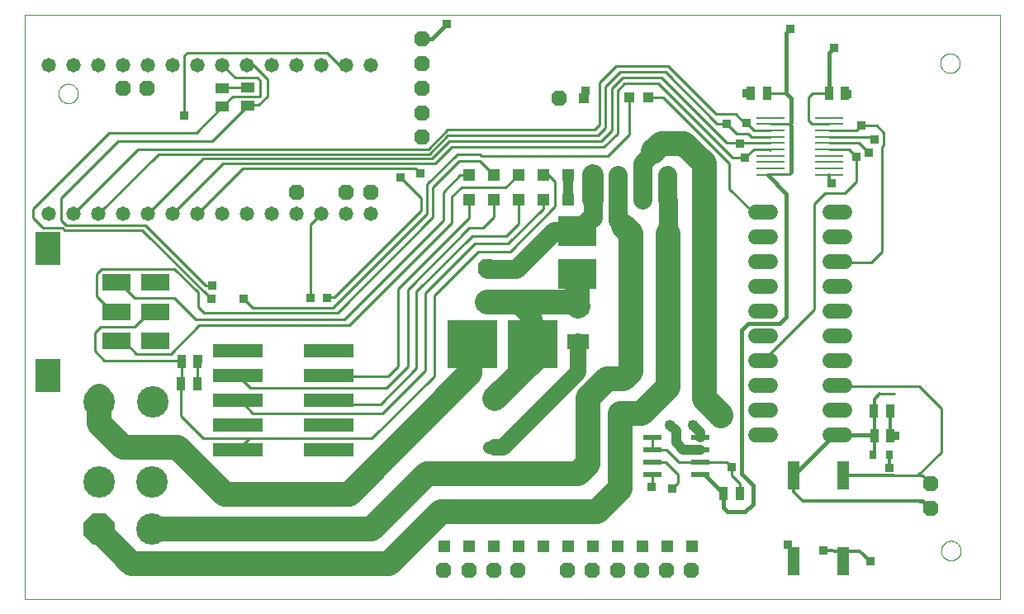
<source format=gtl>
G75*
%MOIN*%
%OFA0B0*%
%FSLAX25Y25*%
%IPPOS*%
%LPD*%
%AMOC8*
5,1,8,0,0,1.08239X$1,22.5*
%
%ADD10C,0.00000*%
%ADD11R,0.20400X0.05200*%
%ADD12R,0.03600X0.05700*%
%ADD13R,0.08583X0.05984*%
%ADD14C,0.05000*%
%ADD15C,0.12700*%
%ADD16R,0.15748X0.12205*%
%ADD17OC8,0.07600*%
%ADD18R,0.05150X0.05150*%
%ADD19R,0.05118X0.11811*%
%ADD20R,0.03000X0.03700*%
%ADD21R,0.07800X0.02200*%
%ADD22R,0.10000X0.13780*%
%ADD23R,0.11811X0.06890*%
%ADD24C,0.05937*%
%ADD25OC8,0.12700*%
%ADD26R,0.20472X0.19685*%
%ADD27R,0.03937X0.03937*%
%ADD28R,0.11811X0.00984*%
%ADD29OC8,0.06300*%
%ADD30R,0.05500X0.04000*%
%ADD31C,0.05800*%
%ADD32C,0.01000*%
%ADD33R,0.03562X0.03562*%
%ADD34C,0.01200*%
%ADD35C,0.04000*%
%ADD36C,0.01600*%
%ADD37C,0.06600*%
%ADD38C,0.08600*%
%ADD39C,0.07600*%
%ADD40C,0.10000*%
D10*
X0031328Y0025816D02*
X0031328Y0262036D01*
X0425028Y0262036D01*
X0425028Y0025816D01*
X0031328Y0025816D01*
X0045107Y0230146D02*
X0045109Y0230271D01*
X0045115Y0230396D01*
X0045125Y0230520D01*
X0045139Y0230644D01*
X0045156Y0230768D01*
X0045178Y0230891D01*
X0045204Y0231013D01*
X0045233Y0231135D01*
X0045266Y0231255D01*
X0045304Y0231374D01*
X0045344Y0231493D01*
X0045389Y0231609D01*
X0045437Y0231724D01*
X0045489Y0231838D01*
X0045545Y0231950D01*
X0045604Y0232060D01*
X0045666Y0232168D01*
X0045732Y0232275D01*
X0045801Y0232379D01*
X0045874Y0232480D01*
X0045949Y0232580D01*
X0046028Y0232677D01*
X0046110Y0232771D01*
X0046195Y0232863D01*
X0046282Y0232952D01*
X0046373Y0233038D01*
X0046466Y0233121D01*
X0046562Y0233202D01*
X0046660Y0233279D01*
X0046760Y0233353D01*
X0046863Y0233424D01*
X0046968Y0233491D01*
X0047076Y0233556D01*
X0047185Y0233616D01*
X0047296Y0233674D01*
X0047409Y0233727D01*
X0047523Y0233777D01*
X0047639Y0233824D01*
X0047756Y0233866D01*
X0047875Y0233905D01*
X0047995Y0233941D01*
X0048116Y0233972D01*
X0048238Y0234000D01*
X0048360Y0234023D01*
X0048484Y0234043D01*
X0048608Y0234059D01*
X0048732Y0234071D01*
X0048857Y0234079D01*
X0048982Y0234083D01*
X0049106Y0234083D01*
X0049231Y0234079D01*
X0049356Y0234071D01*
X0049480Y0234059D01*
X0049604Y0234043D01*
X0049728Y0234023D01*
X0049850Y0234000D01*
X0049972Y0233972D01*
X0050093Y0233941D01*
X0050213Y0233905D01*
X0050332Y0233866D01*
X0050449Y0233824D01*
X0050565Y0233777D01*
X0050679Y0233727D01*
X0050792Y0233674D01*
X0050903Y0233616D01*
X0051013Y0233556D01*
X0051120Y0233491D01*
X0051225Y0233424D01*
X0051328Y0233353D01*
X0051428Y0233279D01*
X0051526Y0233202D01*
X0051622Y0233121D01*
X0051715Y0233038D01*
X0051806Y0232952D01*
X0051893Y0232863D01*
X0051978Y0232771D01*
X0052060Y0232677D01*
X0052139Y0232580D01*
X0052214Y0232480D01*
X0052287Y0232379D01*
X0052356Y0232275D01*
X0052422Y0232168D01*
X0052484Y0232060D01*
X0052543Y0231950D01*
X0052599Y0231838D01*
X0052651Y0231724D01*
X0052699Y0231609D01*
X0052744Y0231493D01*
X0052784Y0231374D01*
X0052822Y0231255D01*
X0052855Y0231135D01*
X0052884Y0231013D01*
X0052910Y0230891D01*
X0052932Y0230768D01*
X0052949Y0230644D01*
X0052963Y0230520D01*
X0052973Y0230396D01*
X0052979Y0230271D01*
X0052981Y0230146D01*
X0052979Y0230021D01*
X0052973Y0229896D01*
X0052963Y0229772D01*
X0052949Y0229648D01*
X0052932Y0229524D01*
X0052910Y0229401D01*
X0052884Y0229279D01*
X0052855Y0229157D01*
X0052822Y0229037D01*
X0052784Y0228918D01*
X0052744Y0228799D01*
X0052699Y0228683D01*
X0052651Y0228568D01*
X0052599Y0228454D01*
X0052543Y0228342D01*
X0052484Y0228232D01*
X0052422Y0228124D01*
X0052356Y0228017D01*
X0052287Y0227913D01*
X0052214Y0227812D01*
X0052139Y0227712D01*
X0052060Y0227615D01*
X0051978Y0227521D01*
X0051893Y0227429D01*
X0051806Y0227340D01*
X0051715Y0227254D01*
X0051622Y0227171D01*
X0051526Y0227090D01*
X0051428Y0227013D01*
X0051328Y0226939D01*
X0051225Y0226868D01*
X0051120Y0226801D01*
X0051012Y0226736D01*
X0050903Y0226676D01*
X0050792Y0226618D01*
X0050679Y0226565D01*
X0050565Y0226515D01*
X0050449Y0226468D01*
X0050332Y0226426D01*
X0050213Y0226387D01*
X0050093Y0226351D01*
X0049972Y0226320D01*
X0049850Y0226292D01*
X0049728Y0226269D01*
X0049604Y0226249D01*
X0049480Y0226233D01*
X0049356Y0226221D01*
X0049231Y0226213D01*
X0049106Y0226209D01*
X0048982Y0226209D01*
X0048857Y0226213D01*
X0048732Y0226221D01*
X0048608Y0226233D01*
X0048484Y0226249D01*
X0048360Y0226269D01*
X0048238Y0226292D01*
X0048116Y0226320D01*
X0047995Y0226351D01*
X0047875Y0226387D01*
X0047756Y0226426D01*
X0047639Y0226468D01*
X0047523Y0226515D01*
X0047409Y0226565D01*
X0047296Y0226618D01*
X0047185Y0226676D01*
X0047075Y0226736D01*
X0046968Y0226801D01*
X0046863Y0226868D01*
X0046760Y0226939D01*
X0046660Y0227013D01*
X0046562Y0227090D01*
X0046466Y0227171D01*
X0046373Y0227254D01*
X0046282Y0227340D01*
X0046195Y0227429D01*
X0046110Y0227521D01*
X0046028Y0227615D01*
X0045949Y0227712D01*
X0045874Y0227812D01*
X0045801Y0227913D01*
X0045732Y0228017D01*
X0045666Y0228124D01*
X0045604Y0228232D01*
X0045545Y0228342D01*
X0045489Y0228454D01*
X0045437Y0228568D01*
X0045389Y0228683D01*
X0045344Y0228799D01*
X0045304Y0228918D01*
X0045266Y0229037D01*
X0045233Y0229157D01*
X0045204Y0229279D01*
X0045178Y0229401D01*
X0045156Y0229524D01*
X0045139Y0229648D01*
X0045125Y0229772D01*
X0045115Y0229896D01*
X0045109Y0230021D01*
X0045107Y0230146D01*
X0401013Y0242351D02*
X0401015Y0242476D01*
X0401021Y0242601D01*
X0401031Y0242725D01*
X0401045Y0242849D01*
X0401062Y0242973D01*
X0401084Y0243096D01*
X0401110Y0243218D01*
X0401139Y0243340D01*
X0401172Y0243460D01*
X0401210Y0243579D01*
X0401250Y0243698D01*
X0401295Y0243814D01*
X0401343Y0243929D01*
X0401395Y0244043D01*
X0401451Y0244155D01*
X0401510Y0244265D01*
X0401572Y0244373D01*
X0401638Y0244480D01*
X0401707Y0244584D01*
X0401780Y0244685D01*
X0401855Y0244785D01*
X0401934Y0244882D01*
X0402016Y0244976D01*
X0402101Y0245068D01*
X0402188Y0245157D01*
X0402279Y0245243D01*
X0402372Y0245326D01*
X0402468Y0245407D01*
X0402566Y0245484D01*
X0402666Y0245558D01*
X0402769Y0245629D01*
X0402874Y0245696D01*
X0402982Y0245761D01*
X0403091Y0245821D01*
X0403202Y0245879D01*
X0403315Y0245932D01*
X0403429Y0245982D01*
X0403545Y0246029D01*
X0403662Y0246071D01*
X0403781Y0246110D01*
X0403901Y0246146D01*
X0404022Y0246177D01*
X0404144Y0246205D01*
X0404266Y0246228D01*
X0404390Y0246248D01*
X0404514Y0246264D01*
X0404638Y0246276D01*
X0404763Y0246284D01*
X0404888Y0246288D01*
X0405012Y0246288D01*
X0405137Y0246284D01*
X0405262Y0246276D01*
X0405386Y0246264D01*
X0405510Y0246248D01*
X0405634Y0246228D01*
X0405756Y0246205D01*
X0405878Y0246177D01*
X0405999Y0246146D01*
X0406119Y0246110D01*
X0406238Y0246071D01*
X0406355Y0246029D01*
X0406471Y0245982D01*
X0406585Y0245932D01*
X0406698Y0245879D01*
X0406809Y0245821D01*
X0406919Y0245761D01*
X0407026Y0245696D01*
X0407131Y0245629D01*
X0407234Y0245558D01*
X0407334Y0245484D01*
X0407432Y0245407D01*
X0407528Y0245326D01*
X0407621Y0245243D01*
X0407712Y0245157D01*
X0407799Y0245068D01*
X0407884Y0244976D01*
X0407966Y0244882D01*
X0408045Y0244785D01*
X0408120Y0244685D01*
X0408193Y0244584D01*
X0408262Y0244480D01*
X0408328Y0244373D01*
X0408390Y0244265D01*
X0408449Y0244155D01*
X0408505Y0244043D01*
X0408557Y0243929D01*
X0408605Y0243814D01*
X0408650Y0243698D01*
X0408690Y0243579D01*
X0408728Y0243460D01*
X0408761Y0243340D01*
X0408790Y0243218D01*
X0408816Y0243096D01*
X0408838Y0242973D01*
X0408855Y0242849D01*
X0408869Y0242725D01*
X0408879Y0242601D01*
X0408885Y0242476D01*
X0408887Y0242351D01*
X0408885Y0242226D01*
X0408879Y0242101D01*
X0408869Y0241977D01*
X0408855Y0241853D01*
X0408838Y0241729D01*
X0408816Y0241606D01*
X0408790Y0241484D01*
X0408761Y0241362D01*
X0408728Y0241242D01*
X0408690Y0241123D01*
X0408650Y0241004D01*
X0408605Y0240888D01*
X0408557Y0240773D01*
X0408505Y0240659D01*
X0408449Y0240547D01*
X0408390Y0240437D01*
X0408328Y0240329D01*
X0408262Y0240222D01*
X0408193Y0240118D01*
X0408120Y0240017D01*
X0408045Y0239917D01*
X0407966Y0239820D01*
X0407884Y0239726D01*
X0407799Y0239634D01*
X0407712Y0239545D01*
X0407621Y0239459D01*
X0407528Y0239376D01*
X0407432Y0239295D01*
X0407334Y0239218D01*
X0407234Y0239144D01*
X0407131Y0239073D01*
X0407026Y0239006D01*
X0406918Y0238941D01*
X0406809Y0238881D01*
X0406698Y0238823D01*
X0406585Y0238770D01*
X0406471Y0238720D01*
X0406355Y0238673D01*
X0406238Y0238631D01*
X0406119Y0238592D01*
X0405999Y0238556D01*
X0405878Y0238525D01*
X0405756Y0238497D01*
X0405634Y0238474D01*
X0405510Y0238454D01*
X0405386Y0238438D01*
X0405262Y0238426D01*
X0405137Y0238418D01*
X0405012Y0238414D01*
X0404888Y0238414D01*
X0404763Y0238418D01*
X0404638Y0238426D01*
X0404514Y0238438D01*
X0404390Y0238454D01*
X0404266Y0238474D01*
X0404144Y0238497D01*
X0404022Y0238525D01*
X0403901Y0238556D01*
X0403781Y0238592D01*
X0403662Y0238631D01*
X0403545Y0238673D01*
X0403429Y0238720D01*
X0403315Y0238770D01*
X0403202Y0238823D01*
X0403091Y0238881D01*
X0402981Y0238941D01*
X0402874Y0239006D01*
X0402769Y0239073D01*
X0402666Y0239144D01*
X0402566Y0239218D01*
X0402468Y0239295D01*
X0402372Y0239376D01*
X0402279Y0239459D01*
X0402188Y0239545D01*
X0402101Y0239634D01*
X0402016Y0239726D01*
X0401934Y0239820D01*
X0401855Y0239917D01*
X0401780Y0240017D01*
X0401707Y0240118D01*
X0401638Y0240222D01*
X0401572Y0240329D01*
X0401510Y0240437D01*
X0401451Y0240547D01*
X0401395Y0240659D01*
X0401343Y0240773D01*
X0401295Y0240888D01*
X0401250Y0241004D01*
X0401210Y0241123D01*
X0401172Y0241242D01*
X0401139Y0241362D01*
X0401110Y0241484D01*
X0401084Y0241606D01*
X0401062Y0241729D01*
X0401045Y0241853D01*
X0401031Y0241977D01*
X0401021Y0242101D01*
X0401015Y0242226D01*
X0401013Y0242351D01*
X0401406Y0045501D02*
X0401408Y0045626D01*
X0401414Y0045751D01*
X0401424Y0045875D01*
X0401438Y0045999D01*
X0401455Y0046123D01*
X0401477Y0046246D01*
X0401503Y0046368D01*
X0401532Y0046490D01*
X0401565Y0046610D01*
X0401603Y0046729D01*
X0401643Y0046848D01*
X0401688Y0046964D01*
X0401736Y0047079D01*
X0401788Y0047193D01*
X0401844Y0047305D01*
X0401903Y0047415D01*
X0401965Y0047523D01*
X0402031Y0047630D01*
X0402100Y0047734D01*
X0402173Y0047835D01*
X0402248Y0047935D01*
X0402327Y0048032D01*
X0402409Y0048126D01*
X0402494Y0048218D01*
X0402581Y0048307D01*
X0402672Y0048393D01*
X0402765Y0048476D01*
X0402861Y0048557D01*
X0402959Y0048634D01*
X0403059Y0048708D01*
X0403162Y0048779D01*
X0403267Y0048846D01*
X0403375Y0048911D01*
X0403484Y0048971D01*
X0403595Y0049029D01*
X0403708Y0049082D01*
X0403822Y0049132D01*
X0403938Y0049179D01*
X0404055Y0049221D01*
X0404174Y0049260D01*
X0404294Y0049296D01*
X0404415Y0049327D01*
X0404537Y0049355D01*
X0404659Y0049378D01*
X0404783Y0049398D01*
X0404907Y0049414D01*
X0405031Y0049426D01*
X0405156Y0049434D01*
X0405281Y0049438D01*
X0405405Y0049438D01*
X0405530Y0049434D01*
X0405655Y0049426D01*
X0405779Y0049414D01*
X0405903Y0049398D01*
X0406027Y0049378D01*
X0406149Y0049355D01*
X0406271Y0049327D01*
X0406392Y0049296D01*
X0406512Y0049260D01*
X0406631Y0049221D01*
X0406748Y0049179D01*
X0406864Y0049132D01*
X0406978Y0049082D01*
X0407091Y0049029D01*
X0407202Y0048971D01*
X0407312Y0048911D01*
X0407419Y0048846D01*
X0407524Y0048779D01*
X0407627Y0048708D01*
X0407727Y0048634D01*
X0407825Y0048557D01*
X0407921Y0048476D01*
X0408014Y0048393D01*
X0408105Y0048307D01*
X0408192Y0048218D01*
X0408277Y0048126D01*
X0408359Y0048032D01*
X0408438Y0047935D01*
X0408513Y0047835D01*
X0408586Y0047734D01*
X0408655Y0047630D01*
X0408721Y0047523D01*
X0408783Y0047415D01*
X0408842Y0047305D01*
X0408898Y0047193D01*
X0408950Y0047079D01*
X0408998Y0046964D01*
X0409043Y0046848D01*
X0409083Y0046729D01*
X0409121Y0046610D01*
X0409154Y0046490D01*
X0409183Y0046368D01*
X0409209Y0046246D01*
X0409231Y0046123D01*
X0409248Y0045999D01*
X0409262Y0045875D01*
X0409272Y0045751D01*
X0409278Y0045626D01*
X0409280Y0045501D01*
X0409278Y0045376D01*
X0409272Y0045251D01*
X0409262Y0045127D01*
X0409248Y0045003D01*
X0409231Y0044879D01*
X0409209Y0044756D01*
X0409183Y0044634D01*
X0409154Y0044512D01*
X0409121Y0044392D01*
X0409083Y0044273D01*
X0409043Y0044154D01*
X0408998Y0044038D01*
X0408950Y0043923D01*
X0408898Y0043809D01*
X0408842Y0043697D01*
X0408783Y0043587D01*
X0408721Y0043479D01*
X0408655Y0043372D01*
X0408586Y0043268D01*
X0408513Y0043167D01*
X0408438Y0043067D01*
X0408359Y0042970D01*
X0408277Y0042876D01*
X0408192Y0042784D01*
X0408105Y0042695D01*
X0408014Y0042609D01*
X0407921Y0042526D01*
X0407825Y0042445D01*
X0407727Y0042368D01*
X0407627Y0042294D01*
X0407524Y0042223D01*
X0407419Y0042156D01*
X0407311Y0042091D01*
X0407202Y0042031D01*
X0407091Y0041973D01*
X0406978Y0041920D01*
X0406864Y0041870D01*
X0406748Y0041823D01*
X0406631Y0041781D01*
X0406512Y0041742D01*
X0406392Y0041706D01*
X0406271Y0041675D01*
X0406149Y0041647D01*
X0406027Y0041624D01*
X0405903Y0041604D01*
X0405779Y0041588D01*
X0405655Y0041576D01*
X0405530Y0041568D01*
X0405405Y0041564D01*
X0405281Y0041564D01*
X0405156Y0041568D01*
X0405031Y0041576D01*
X0404907Y0041588D01*
X0404783Y0041604D01*
X0404659Y0041624D01*
X0404537Y0041647D01*
X0404415Y0041675D01*
X0404294Y0041706D01*
X0404174Y0041742D01*
X0404055Y0041781D01*
X0403938Y0041823D01*
X0403822Y0041870D01*
X0403708Y0041920D01*
X0403595Y0041973D01*
X0403484Y0042031D01*
X0403374Y0042091D01*
X0403267Y0042156D01*
X0403162Y0042223D01*
X0403059Y0042294D01*
X0402959Y0042368D01*
X0402861Y0042445D01*
X0402765Y0042526D01*
X0402672Y0042609D01*
X0402581Y0042695D01*
X0402494Y0042784D01*
X0402409Y0042876D01*
X0402327Y0042970D01*
X0402248Y0043067D01*
X0402173Y0043167D01*
X0402100Y0043268D01*
X0402031Y0043372D01*
X0401965Y0043479D01*
X0401903Y0043587D01*
X0401844Y0043697D01*
X0401788Y0043809D01*
X0401736Y0043923D01*
X0401688Y0044038D01*
X0401643Y0044154D01*
X0401603Y0044273D01*
X0401565Y0044392D01*
X0401532Y0044512D01*
X0401503Y0044634D01*
X0401477Y0044756D01*
X0401455Y0044879D01*
X0401438Y0045003D01*
X0401424Y0045127D01*
X0401414Y0045251D01*
X0401408Y0045376D01*
X0401406Y0045501D01*
D11*
X0154255Y0086249D03*
X0154255Y0096249D03*
X0154255Y0106249D03*
X0154255Y0116249D03*
X0154255Y0126249D03*
X0117455Y0126249D03*
X0117455Y0116249D03*
X0117455Y0106249D03*
X0117455Y0096249D03*
X0117455Y0086249D03*
D12*
X0101024Y0113020D03*
X0094624Y0113020D03*
X0094899Y0121879D03*
X0101299Y0121879D03*
X0313639Y0068414D03*
X0320039Y0068414D03*
X0374387Y0092036D03*
X0380787Y0092036D03*
X0380669Y0101800D03*
X0374269Y0101800D03*
X0362480Y0230146D03*
X0356080Y0230146D03*
X0330984Y0230146D03*
X0324584Y0230146D03*
D13*
X0254831Y0144276D03*
X0254831Y0129792D03*
D14*
X0223709Y0106879D02*
X0218709Y0106879D01*
X0218709Y0087194D02*
X0223709Y0087194D01*
D15*
X0082902Y0073178D03*
X0061446Y0073178D03*
X0082902Y0054280D03*
X0083060Y0105619D03*
X0061406Y0105619D03*
D16*
X0254517Y0157194D03*
X0254517Y0174517D03*
D17*
X0218099Y0159438D03*
X0218099Y0146013D03*
D18*
X0220678Y0187391D03*
X0230678Y0187391D03*
X0230678Y0197391D03*
X0220678Y0197391D03*
X0210678Y0197391D03*
X0210678Y0187391D03*
X0240678Y0187391D03*
X0250678Y0187391D03*
X0260678Y0187391D03*
X0270678Y0187391D03*
X0280678Y0187391D03*
X0290678Y0187391D03*
X0290678Y0197391D03*
X0280678Y0197391D03*
X0270678Y0197391D03*
X0260678Y0197391D03*
X0250678Y0197391D03*
X0240678Y0197391D03*
X0240678Y0047391D03*
X0250678Y0047391D03*
X0260678Y0047391D03*
X0270678Y0047391D03*
X0280678Y0047391D03*
X0290678Y0047391D03*
X0300678Y0047391D03*
X0230678Y0047391D03*
X0220678Y0047391D03*
X0210678Y0047391D03*
X0200678Y0047391D03*
D19*
X0341879Y0041288D03*
X0361879Y0041288D03*
X0361879Y0075973D03*
X0341879Y0075934D03*
D20*
X0373933Y0084162D03*
X0380533Y0084162D03*
D21*
X0304098Y0086347D03*
X0304098Y0091347D03*
X0304098Y0081347D03*
X0304098Y0076347D03*
X0284698Y0076347D03*
X0284698Y0081347D03*
X0284698Y0086347D03*
X0284698Y0091347D03*
D22*
X0040973Y0116367D03*
X0040973Y0167548D03*
D23*
X0068335Y0153769D03*
X0084083Y0153769D03*
X0084083Y0141957D03*
X0068335Y0141957D03*
X0068335Y0130146D03*
X0084083Y0130146D03*
D24*
X0326509Y0132115D02*
X0332446Y0132115D01*
X0332446Y0142115D02*
X0326509Y0142115D01*
X0326509Y0152115D02*
X0332446Y0152115D01*
X0332446Y0162115D02*
X0326509Y0162115D01*
X0326509Y0172115D02*
X0332446Y0172115D01*
X0332446Y0182115D02*
X0326509Y0182115D01*
X0356509Y0182115D02*
X0362446Y0182115D01*
X0362446Y0172115D02*
X0356509Y0172115D01*
X0356509Y0162115D02*
X0362446Y0162115D01*
X0362446Y0152115D02*
X0356509Y0152115D01*
X0356509Y0142115D02*
X0362446Y0142115D01*
X0362446Y0132115D02*
X0356509Y0132115D01*
X0356509Y0122115D02*
X0362446Y0122115D01*
X0362446Y0112115D02*
X0356509Y0112115D01*
X0356509Y0102115D02*
X0362446Y0102115D01*
X0362446Y0092115D02*
X0356509Y0092115D01*
X0332446Y0092115D02*
X0326509Y0092115D01*
X0326509Y0102115D02*
X0332446Y0102115D01*
X0332446Y0112115D02*
X0326509Y0112115D01*
X0326509Y0122115D02*
X0332446Y0122115D01*
D25*
X0061446Y0054280D03*
D26*
X0212036Y0128965D03*
X0236446Y0128965D03*
D27*
X0257312Y0228178D03*
X0275422Y0228572D03*
X0283296Y0228572D03*
D28*
X0332509Y0220402D03*
X0332509Y0217843D03*
X0332509Y0215284D03*
X0332509Y0212725D03*
X0332509Y0210166D03*
X0332509Y0207607D03*
X0332509Y0205048D03*
X0332509Y0202489D03*
X0332509Y0199930D03*
X0332509Y0197371D03*
X0356131Y0197371D03*
X0356131Y0199930D03*
X0356131Y0202489D03*
X0356131Y0205048D03*
X0356131Y0207607D03*
X0356131Y0210166D03*
X0356131Y0212725D03*
X0356131Y0215284D03*
X0356131Y0217843D03*
X0356131Y0220402D03*
D29*
X0247076Y0228178D03*
X0191957Y0232115D03*
X0191957Y0222272D03*
X0191957Y0212430D03*
X0171091Y0190383D03*
X0161249Y0190383D03*
X0141170Y0190383D03*
X0080934Y0232115D03*
X0071091Y0232115D03*
X0191957Y0242351D03*
X0191957Y0252194D03*
X0397076Y0072666D03*
X0397076Y0062430D03*
X0300619Y0037627D03*
X0290383Y0037627D03*
X0280540Y0037627D03*
X0270698Y0037627D03*
X0260461Y0037627D03*
X0250619Y0037627D03*
X0230540Y0037627D03*
X0220698Y0037627D03*
X0210855Y0037627D03*
X0200619Y0037627D03*
D30*
X0111249Y0224872D03*
X0121485Y0225265D03*
X0121485Y0232665D03*
X0111249Y0232272D03*
D31*
X0111209Y0241603D03*
X0101209Y0241603D03*
X0091209Y0241603D03*
X0081209Y0241603D03*
X0071209Y0241603D03*
X0061209Y0241603D03*
X0051209Y0241603D03*
X0041209Y0241603D03*
X0121209Y0241603D03*
X0131209Y0241603D03*
X0141209Y0241603D03*
X0151209Y0241603D03*
X0161209Y0241603D03*
X0171209Y0241603D03*
X0171209Y0181603D03*
X0161209Y0181603D03*
X0151209Y0181603D03*
X0141209Y0181603D03*
X0131209Y0181603D03*
X0121209Y0181603D03*
X0111209Y0181603D03*
X0101209Y0181603D03*
X0091209Y0181603D03*
X0081209Y0181603D03*
X0071209Y0181603D03*
X0061209Y0181603D03*
X0051209Y0181603D03*
X0041209Y0181603D03*
D32*
X0046288Y0178965D02*
X0046288Y0188020D01*
X0069123Y0210855D01*
X0107075Y0210855D01*
X0121485Y0225265D01*
X0123297Y0225265D01*
X0123454Y0225422D01*
X0121642Y0225422D01*
X0121485Y0225265D01*
X0122035Y0225265D01*
X0123454Y0225422D02*
X0125816Y0225422D01*
X0129359Y0228965D01*
X0129359Y0236052D01*
X0123808Y0241603D01*
X0121209Y0241603D01*
X0125422Y0236446D02*
X0116367Y0236446D01*
X0111209Y0241603D01*
X0111643Y0232665D02*
X0113217Y0232665D01*
X0121485Y0232665D01*
X0125422Y0236446D02*
X0126603Y0235265D01*
X0126603Y0228965D01*
X0115343Y0228965D01*
X0111249Y0224872D01*
X0100776Y0214398D01*
X0065580Y0214398D01*
X0034871Y0183690D01*
X0034871Y0179753D01*
X0038808Y0175816D01*
X0046682Y0175816D01*
X0047469Y0175028D01*
X0078965Y0175028D01*
X0106918Y0147076D01*
X0106918Y0147863D01*
X0106131Y0147863D01*
X0101406Y0149831D02*
X0101406Y0143926D01*
X0103769Y0141564D01*
X0157706Y0141564D01*
X0196288Y0180146D01*
X0196288Y0192351D01*
X0206918Y0202981D01*
X0215087Y0202981D01*
X0220678Y0197391D01*
X0225639Y0192351D02*
X0207706Y0192351D01*
X0203769Y0188414D01*
X0203769Y0177784D01*
X0162430Y0136446D01*
X0101800Y0136446D01*
X0090383Y0125028D01*
X0076603Y0125028D01*
X0069127Y0132504D01*
X0068335Y0132504D01*
X0068335Y0130146D01*
X0062036Y0136052D02*
X0059674Y0133690D01*
X0059674Y0126209D01*
X0063611Y0122272D01*
X0094506Y0122272D01*
X0094899Y0121879D01*
X0094899Y0113296D01*
X0094624Y0113020D01*
X0094320Y0112717D01*
X0094320Y0099831D01*
X0103375Y0090776D01*
X0121983Y0090776D01*
X0117455Y0086249D01*
X0121983Y0090776D02*
X0171485Y0090776D01*
X0196682Y0115973D01*
X0196682Y0148650D01*
X0214398Y0166367D01*
X0227391Y0166367D01*
X0245501Y0184477D01*
X0245501Y0194713D01*
X0242824Y0197391D01*
X0240678Y0197391D01*
X0230678Y0197391D02*
X0225639Y0192351D01*
X0220678Y0187391D02*
X0220678Y0180127D01*
X0216367Y0175816D01*
X0210855Y0175816D01*
X0186052Y0151013D01*
X0186052Y0119910D01*
X0177391Y0111249D01*
X0122455Y0111249D01*
X0117455Y0116249D01*
X0114517Y0116249D01*
X0114398Y0116367D01*
X0117494Y0126209D02*
X0117455Y0126249D01*
X0117494Y0126209D02*
X0119910Y0126209D01*
X0101406Y0123060D02*
X0101299Y0122953D01*
X0101299Y0121879D01*
X0101299Y0113296D01*
X0101024Y0113020D01*
X0094899Y0121879D02*
X0094713Y0122065D01*
X0084083Y0130146D02*
X0084083Y0130540D01*
X0075816Y0136052D02*
X0062036Y0136052D01*
X0066761Y0141957D02*
X0060461Y0148257D01*
X0060461Y0157312D01*
X0062430Y0159280D01*
X0091957Y0159280D01*
X0101406Y0149831D01*
X0104556Y0152587D02*
X0080146Y0176997D01*
X0048257Y0176997D01*
X0046288Y0178965D01*
X0051209Y0181603D02*
X0077312Y0207706D01*
X0194320Y0207706D01*
X0202194Y0215580D01*
X0261643Y0215580D01*
X0263611Y0217548D01*
X0263611Y0234477D01*
X0270304Y0241170D01*
X0291170Y0241170D01*
X0310461Y0221879D01*
X0318335Y0221879D01*
X0321879Y0218335D01*
X0322666Y0218335D01*
X0325717Y0215284D01*
X0332509Y0215284D01*
X0332509Y0212725D02*
X0324733Y0212725D01*
X0323454Y0214005D01*
X0318729Y0214005D01*
X0314792Y0217942D01*
X0310855Y0217942D01*
X0289989Y0238808D01*
X0271879Y0238808D01*
X0265973Y0232902D01*
X0265973Y0216367D01*
X0262824Y0213217D01*
X0202194Y0213217D01*
X0194713Y0205737D01*
X0085343Y0205737D01*
X0061209Y0181603D01*
X0081209Y0181603D02*
X0103375Y0203769D01*
X0195894Y0203769D01*
X0202981Y0210855D01*
X0264005Y0210855D01*
X0268335Y0215186D01*
X0268335Y0232115D01*
X0272666Y0236446D01*
X0288414Y0236446D01*
X0314694Y0210166D01*
X0320402Y0210166D01*
X0320304Y0210068D01*
X0320402Y0210166D02*
X0332509Y0210166D01*
X0332509Y0207607D02*
X0325717Y0207607D01*
X0322272Y0204162D01*
X0317154Y0204162D01*
X0287233Y0234083D01*
X0273454Y0234083D01*
X0270698Y0231328D01*
X0270698Y0214005D01*
X0265186Y0208493D01*
X0203769Y0208493D01*
X0197076Y0201800D01*
X0111406Y0201800D01*
X0091209Y0181603D01*
X0101209Y0181603D02*
X0119438Y0199831D01*
X0189202Y0199831D01*
X0191170Y0197863D01*
X0193926Y0193532D02*
X0193926Y0181721D01*
X0155737Y0143532D01*
X0123454Y0143532D01*
X0119910Y0147076D01*
X0107312Y0152587D02*
X0104556Y0152587D01*
X0091957Y0147469D02*
X0100619Y0138808D01*
X0145501Y0138808D01*
X0147469Y0138808D01*
X0160461Y0138808D01*
X0200619Y0178965D01*
X0200619Y0190383D01*
X0207312Y0197076D01*
X0210363Y0197076D01*
X0210678Y0197391D01*
X0215973Y0204950D02*
X0215186Y0205737D01*
X0206131Y0205737D01*
X0193926Y0193532D01*
X0191564Y0188020D02*
X0183296Y0196288D01*
X0191564Y0188020D02*
X0191564Y0182902D01*
X0156524Y0147863D01*
X0153769Y0147863D01*
X0153375Y0147469D01*
X0146682Y0147469D02*
X0146682Y0177076D01*
X0151209Y0181603D01*
X0182115Y0151406D02*
X0182115Y0119910D01*
X0178178Y0115973D01*
X0154531Y0115973D01*
X0154255Y0116249D01*
X0154255Y0106249D02*
X0155948Y0104556D01*
X0175028Y0104556D01*
X0189595Y0119123D01*
X0189595Y0150225D01*
X0212036Y0172666D01*
X0225816Y0172666D01*
X0230678Y0177528D01*
X0230678Y0187391D01*
X0240678Y0187391D02*
X0240678Y0183591D01*
X0226603Y0169517D01*
X0213217Y0169517D01*
X0193139Y0149438D01*
X0193139Y0118335D01*
X0175816Y0101013D01*
X0123454Y0101013D01*
X0118335Y0106131D01*
X0118217Y0106249D01*
X0117455Y0106249D01*
X0153375Y0096288D02*
X0153414Y0096249D01*
X0154255Y0096249D01*
X0084477Y0141957D02*
X0084083Y0141957D01*
X0081721Y0141957D01*
X0075816Y0136052D01*
X0068335Y0141957D02*
X0066761Y0141957D01*
X0075816Y0147469D02*
X0091957Y0147469D01*
X0075816Y0147469D02*
X0069517Y0153769D01*
X0068335Y0153769D01*
X0095894Y0221091D02*
X0095894Y0245501D01*
X0097076Y0246682D01*
X0153375Y0246682D01*
X0158454Y0241603D01*
X0161209Y0241603D01*
X0111643Y0232665D02*
X0111249Y0232272D01*
X0111249Y0224872D02*
X0111799Y0224872D01*
X0182115Y0151406D02*
X0210678Y0179969D01*
X0210678Y0187391D01*
X0211013Y0187391D01*
X0211249Y0187627D01*
X0215973Y0204950D02*
X0266761Y0204950D01*
X0275422Y0213611D01*
X0275422Y0228572D01*
X0283296Y0228572D02*
X0289202Y0228572D01*
X0315973Y0201800D01*
X0315973Y0191564D01*
X0325422Y0182115D01*
X0329477Y0182115D01*
X0332508Y0197371D02*
X0332533Y0197393D01*
X0332559Y0197412D01*
X0332588Y0197429D01*
X0332617Y0197443D01*
X0332648Y0197455D01*
X0332680Y0197463D01*
X0332713Y0197467D01*
X0332746Y0197469D01*
X0339989Y0197469D01*
X0340661Y0198141D01*
X0340662Y0198141D02*
X0340688Y0198170D01*
X0340711Y0198201D01*
X0340730Y0198234D01*
X0340747Y0198269D01*
X0340760Y0198306D01*
X0340769Y0198343D01*
X0340775Y0198381D01*
X0340777Y0198420D01*
X0332213Y0207312D02*
X0332509Y0207607D01*
X0332509Y0217843D02*
X0339531Y0217843D01*
X0339809Y0217728D02*
X0340776Y0218695D01*
X0339809Y0217728D02*
X0340776Y0216761D01*
X0339810Y0217729D02*
X0339781Y0217755D01*
X0339750Y0217778D01*
X0339717Y0217797D01*
X0339682Y0217814D01*
X0339645Y0217827D01*
X0339608Y0217836D01*
X0339570Y0217842D01*
X0339531Y0217844D01*
X0347863Y0219123D02*
X0349044Y0217942D01*
X0356032Y0217942D01*
X0356131Y0217843D01*
X0356131Y0215284D02*
X0367253Y0215284D01*
X0369123Y0217154D01*
X0375422Y0217154D01*
X0378178Y0214398D01*
X0378178Y0209280D01*
X0377391Y0208493D01*
X0377391Y0166367D01*
X0373060Y0162036D01*
X0359556Y0162036D01*
X0359477Y0162115D01*
X0350225Y0142863D02*
X0329477Y0122115D01*
X0350225Y0142863D02*
X0350225Y0185658D01*
X0354556Y0189989D01*
X0362430Y0189989D01*
X0367154Y0194713D01*
X0367154Y0204556D01*
X0364103Y0207607D01*
X0356131Y0207607D01*
X0356131Y0210166D02*
X0368237Y0210166D01*
X0372272Y0206131D01*
X0374635Y0211643D02*
X0373552Y0212725D01*
X0356131Y0212725D01*
X0347863Y0219123D02*
X0347863Y0228572D01*
X0349438Y0230146D01*
X0356080Y0230146D01*
X0362480Y0230146D02*
X0363217Y0230146D01*
X0363611Y0229753D01*
X0338808Y0230146D02*
X0330984Y0230146D01*
X0324584Y0230146D02*
X0322666Y0230146D01*
X0359556Y0112036D02*
X0392351Y0112036D01*
X0401406Y0102981D01*
X0401406Y0085265D01*
X0391957Y0075816D01*
X0393926Y0075816D01*
X0397076Y0072666D01*
X0391957Y0075816D02*
X0382036Y0075816D01*
X0382509Y0108887D02*
X0376603Y0108887D01*
X0316761Y0079359D02*
X0316761Y0075816D01*
X0320039Y0072537D01*
X0320039Y0068414D01*
X0316761Y0079359D02*
X0314888Y0081232D01*
X0314609Y0081347D02*
X0304098Y0081347D01*
X0304051Y0081328D02*
X0295501Y0081328D01*
X0290596Y0086232D01*
X0290318Y0086347D02*
X0284698Y0086347D01*
X0284698Y0091347D01*
X0290318Y0086348D02*
X0290357Y0086346D01*
X0290395Y0086340D01*
X0290432Y0086331D01*
X0290469Y0086318D01*
X0290504Y0086301D01*
X0290537Y0086282D01*
X0290568Y0086259D01*
X0290597Y0086233D01*
X0289989Y0081328D02*
X0283690Y0081328D01*
X0283709Y0081347D01*
X0284698Y0081347D01*
X0289989Y0081328D02*
X0295107Y0076209D01*
X0295107Y0073060D01*
X0292745Y0070698D01*
X0284698Y0071313D02*
X0284698Y0076347D01*
X0284698Y0071313D02*
X0284477Y0071091D01*
X0304098Y0076347D02*
X0305706Y0076347D01*
X0304051Y0081328D02*
X0304064Y0081329D01*
X0304077Y0081333D01*
X0304088Y0081339D01*
X0304098Y0081348D01*
X0314609Y0081348D02*
X0314648Y0081346D01*
X0314686Y0081340D01*
X0314723Y0081331D01*
X0314760Y0081318D01*
X0314795Y0081301D01*
X0314828Y0081282D01*
X0314859Y0081259D01*
X0314888Y0081233D01*
D33*
X0316761Y0079359D03*
X0292745Y0070698D03*
X0284477Y0071091D03*
X0291957Y0096288D03*
X0301013Y0096288D03*
X0312430Y0099831D03*
X0380540Y0078965D03*
X0382902Y0091957D03*
X0339595Y0047863D03*
X0353769Y0045501D03*
X0372666Y0041170D03*
X0153375Y0096288D03*
X0118335Y0106131D03*
X0114398Y0116367D03*
X0119910Y0126209D03*
X0101406Y0123060D03*
X0084083Y0130540D03*
X0106918Y0147076D03*
X0107312Y0152587D03*
X0119910Y0147076D03*
X0146682Y0147469D03*
X0153375Y0147469D03*
X0183296Y0196288D03*
X0191170Y0197863D03*
X0257706Y0231328D03*
X0314792Y0217942D03*
X0322666Y0218335D03*
X0320304Y0210068D03*
X0322272Y0204162D03*
X0357312Y0193926D03*
X0367154Y0204556D03*
X0372272Y0206131D03*
X0374635Y0211643D03*
X0369123Y0217154D03*
X0363611Y0229753D03*
X0358099Y0248650D03*
X0340383Y0256131D03*
X0322666Y0230146D03*
X0201800Y0258099D03*
X0121485Y0225265D03*
X0111249Y0224872D03*
X0111249Y0232272D03*
X0095894Y0221091D03*
D34*
X0331328Y0197076D02*
X0331623Y0197371D01*
X0332509Y0197371D01*
X0356131Y0197371D02*
X0356131Y0195107D01*
X0357312Y0193926D01*
X0359477Y0112115D02*
X0359556Y0112036D01*
X0374387Y0106671D02*
X0374387Y0101682D01*
X0374269Y0101800D01*
X0374387Y0101682D02*
X0374387Y0092036D01*
X0374387Y0084617D01*
X0373933Y0084162D01*
X0380533Y0084162D02*
X0380540Y0078965D01*
X0381879Y0075973D02*
X0382036Y0075816D01*
X0381879Y0075973D02*
X0361879Y0075973D01*
X0345501Y0065580D02*
X0341879Y0069202D01*
X0341879Y0075934D01*
X0343296Y0075934D01*
X0345501Y0065580D02*
X0392745Y0065580D01*
X0368572Y0045265D02*
X0361879Y0045265D01*
X0353769Y0045501D01*
X0361879Y0045265D02*
X0361879Y0041288D01*
X0368572Y0045265D02*
X0372666Y0041170D01*
X0341879Y0041288D02*
X0341879Y0045580D01*
X0339595Y0047863D01*
X0313639Y0068414D02*
X0313611Y0068386D01*
X0374387Y0106671D02*
X0376603Y0108887D01*
X0380669Y0101800D02*
X0380787Y0101682D01*
X0380787Y0092036D01*
X0382824Y0092036D01*
X0382902Y0091957D01*
D35*
X0304098Y0091347D02*
X0304098Y0093202D01*
X0301013Y0096288D01*
X0294320Y0093926D02*
X0291957Y0096288D01*
X0294320Y0093926D02*
X0294320Y0089202D01*
X0297174Y0086347D01*
X0304098Y0086347D01*
X0250678Y0187391D02*
X0250678Y0197391D01*
D36*
X0257312Y0228178D02*
X0257312Y0230934D01*
X0257706Y0231328D01*
X0201800Y0258099D02*
X0195894Y0252194D01*
X0191957Y0252194D01*
X0113217Y0232665D02*
X0112824Y0232272D01*
X0111249Y0232272D01*
X0320698Y0134477D02*
X0320698Y0076603D01*
X0325422Y0071879D01*
X0325422Y0064398D01*
X0322272Y0061249D01*
X0315186Y0061249D01*
X0313611Y0062824D01*
X0313611Y0068386D01*
X0313639Y0068414D02*
X0305706Y0076347D01*
X0341879Y0075934D02*
X0358060Y0092115D01*
X0359477Y0092115D01*
X0374309Y0092115D01*
X0374387Y0092036D01*
X0392745Y0065580D02*
X0393926Y0065580D01*
X0397076Y0062430D01*
X0323454Y0137233D02*
X0320698Y0134477D01*
X0323454Y0137233D02*
X0336052Y0137233D01*
X0338808Y0139989D01*
X0338808Y0189595D01*
X0331328Y0197076D01*
X0340776Y0198420D02*
X0340776Y0216761D01*
X0340776Y0218695D02*
X0340776Y0228178D01*
X0338808Y0230146D01*
X0338808Y0254556D01*
X0340383Y0256131D01*
X0356080Y0246631D02*
X0358099Y0248650D01*
X0356080Y0246631D02*
X0356080Y0230146D01*
D37*
X0254831Y0129792D02*
X0254831Y0117430D01*
X0224595Y0087194D01*
X0221209Y0087194D01*
D38*
X0260678Y0187391D02*
X0260678Y0197391D01*
D39*
X0270678Y0197391D02*
X0270678Y0187391D01*
X0270678Y0178985D01*
X0273060Y0176603D01*
X0260678Y0179969D02*
X0259969Y0179969D01*
X0254517Y0174517D01*
X0244989Y0174517D01*
X0229753Y0159280D01*
X0218257Y0159280D01*
X0218099Y0159438D01*
X0218099Y0146013D02*
X0218217Y0145894D01*
X0229753Y0145894D01*
X0236446Y0139202D01*
X0236446Y0128965D01*
X0291170Y0171485D02*
X0291170Y0186898D01*
X0290678Y0187391D01*
X0290678Y0197391D01*
X0280678Y0197391D02*
X0280678Y0201938D01*
X0285265Y0206524D01*
X0280678Y0197391D02*
X0280678Y0187391D01*
X0270698Y0187371D02*
X0270678Y0187391D01*
X0260678Y0187391D02*
X0260678Y0179969D01*
D40*
X0273060Y0176603D02*
X0276209Y0173454D01*
X0276209Y0117942D01*
X0273060Y0114792D01*
X0266367Y0114792D01*
X0258887Y0107312D01*
X0258887Y0080540D01*
X0254950Y0076603D01*
X0193926Y0076603D01*
X0171485Y0054162D01*
X0083020Y0054162D01*
X0082902Y0054280D01*
X0074635Y0040383D02*
X0061446Y0053572D01*
X0061446Y0054280D01*
X0074635Y0040383D02*
X0178572Y0040383D01*
X0199438Y0061249D01*
X0262430Y0061249D01*
X0271879Y0070698D01*
X0271879Y0101013D01*
X0280540Y0101013D01*
X0291170Y0111643D01*
X0291170Y0171485D01*
X0291170Y0173454D01*
X0254517Y0157194D02*
X0254517Y0144591D01*
X0254831Y0144276D01*
X0253095Y0146013D01*
X0218099Y0146013D01*
X0212036Y0128965D02*
X0211249Y0124241D01*
X0211249Y0117154D01*
X0162430Y0068335D01*
X0112036Y0068335D01*
X0093139Y0087233D01*
X0071091Y0087233D01*
X0061406Y0096918D01*
X0061406Y0105619D01*
X0061406Y0107863D01*
X0221209Y0106879D02*
X0238020Y0123690D01*
X0238020Y0127391D01*
X0236446Y0128965D01*
X0305737Y0106918D02*
X0305737Y0201800D01*
X0297469Y0210068D01*
X0288414Y0210068D01*
X0285265Y0206918D01*
X0285265Y0206524D01*
X0305737Y0106918D02*
X0312430Y0100225D01*
X0312430Y0099831D01*
M02*

</source>
